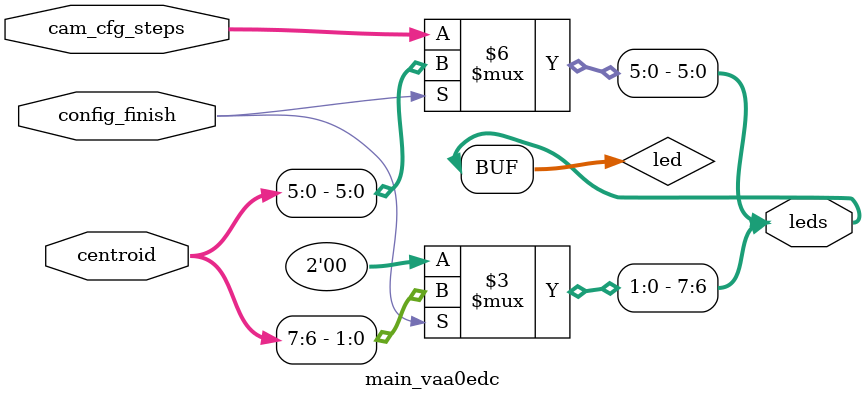
<source format=v>

`default_nettype none

module main (
 input v656efd,
 input v0a90cf,
 input v18f26f,
 input vff1459,
 input v53b257,
 input v198630,
 input v875f83,
 input vd828fd,
 input vb17786,
 input v793d69,
 input vf9de2b,
 output [7:0] vbb2135,
 output v5a25e4,
 output vff5579,
 output vf70424,
 output v938565,
 output vc704f5,
 output va4cfbb,
 output va81341,
 output v3a4a1f,
 output v44ff43,
 output vfcb9c1,
 output v9246f1,
 output va5c337
);
 wire w0;
 wire w1;
 wire w2;
 wire [0:12] w3;
 wire [0:11] w4;
 wire w5;
 wire w6;
 wire w7;
 wire w8;
 wire w9;
 wire w10;
 wire w11;
 wire w12;
 wire w13;
 wire w14;
 wire w15;
 wire w16;
 wire [0:7] w17;
 wire w18;
 wire w19;
 wire w20;
 wire w21;
 wire w22;
 wire [0:3] w23;
 wire [0:3] w24;
 wire [0:3] w25;
 wire w26;
 wire w27;
 wire w28;
 wire w29;
 wire w30;
 wire w31;
 wire w32;
 wire w33;
 wire w34;
 wire w35;
 wire [0:11] w36;
 wire [0:12] w37;
 wire w38;
 wire w39;
 wire [0:11] w40;
 wire [0:12] w41;
 wire w42;
 wire [0:12] w43;
 wire [0:11] w44;
 wire w45;
 wire w46;
 wire w47;
 wire w48;
 wire w49;
 wire w50;
 wire w51;
 wire [0:2] w52;
 wire [0:7] w53;
 wire [0:5] w54;
 wire [0:7] w55;
 wire w56;
 wire [0:7] w57;
 assign w5 = v656efd;
 assign vff5579 = w6;
 assign v5a25e4 = w7;
 assign va4cfbb = w8;
 assign va81341 = w9;
 assign v44ff43 = w10;
 assign vfcb9c1 = w11;
 assign w12 = v0a90cf;
 assign v938565 = w13;
 assign vc704f5 = w14;
 assign v3a4a1f = w15;
 assign w16 = v18f26f;
 assign w18 = vb17786;
 assign w19 = v875f83;
 assign w20 = vf9de2b;
 assign w21 = v18f26f;
 assign va5c337 = w26;
 assign v9246f1 = w27;
 assign vf70424 = w28;
 assign w31 = vff1459;
 assign w32 = v53b257;
 assign w33 = vd828fd;
 assign w34 = v793d69;
 assign w39 = v18f26f;
 assign w45 = vf9de2b;
 assign w46 = vd828fd;
 assign w47 = v875f83;
 assign w48 = v198630;
 assign vbb2135 = w57;
 assign w1 = w0;
 assign w21 = w16;
 assign w22 = w0;
 assign w22 = w1;
 assign w35 = w0;
 assign w35 = w1;
 assign w35 = w22;
 assign w38 = w0;
 assign w38 = w1;
 assign w38 = w22;
 assign w38 = w35;
 assign w39 = w16;
 assign w39 = w21;
 assign w45 = w20;
 assign w46 = w33;
 assign w47 = w19;
 assign w50 = w49;
 assign w55 = w53;
 vb950e8 vf5324c (
  .v499c2a(w1),
  .v1d0cfa(w2),
  .v7b215d(w3),
  .v55be3f(w4),
  .v53aa18(w40),
  .vece592(w41)
 );
 vb0f50e v9d6c24 (
  .v502ac2(w0),
  .v4ed35a(w2),
  .v08337c(w3),
  .vf4e7d4(w4),
  .vde95c3(w12),
  .v2de6ff(w13),
  .vcf5c71(w14),
  .v12de31(w15),
  .vefc03a(w16),
  .vea74f7(w17),
  .v342f42(w29),
  .vea7dae(w30),
  .v09dbd4(w31),
  .vb30c03(w32),
  .vdd2c1a(w49),
  .ve4f815(w54),
  .vce1a13(w56)
 );
 v73da77 va05532 (
  .v73ce71(w0),
  .v262286(w5)
 );
 v78c6f8 v701ea9 (
  .v52bdc9(w6),
  .v6945ea(w7),
  .v15e3ad(w23)
 );
 v78c6f8 v8fbe82 (
  .v6945ea(w8),
  .v52bdc9(w9),
  .v15e3ad(w24)
 );
 v78c6f8 v52ded8 (
  .v6945ea(w10),
  .v52bdc9(w11),
  .v15e3ad(w25)
 );
 v1bed30 v5f9eb7 (
  .v040cfe(w17),
  .v217058(w18),
  .v1135a2(w19),
  .v306f98(w20),
  .v2e06dc(w33),
  .vdaab10(w34),
  .v6ce758(w45),
  .v67127b(w46),
  .vd517c0(w47)
 );
 vf65fac ve64290 (
  .v8d925d(w21),
  .v025353(w22),
  .v56f3c4(w23),
  .v6f66ae(w24),
  .vefb3e5(w25),
  .v4006d4(w26),
  .v06036e(w27),
  .ve81328(w36),
  .v27821c(w37),
  .v675058(w50),
  .v220422(w51),
  .vf5a7d7(w52),
  .ve3f8d2(w53)
 );
 vd7e6ff ve07eb2 (
  .v341fc3(w28),
  .v248807(w29),
  .vba979e(w30)
 );
 vb950e8 v79777f (
  .v499c2a(w35),
  .v53aa18(w36),
  .vece592(w37),
  .v1d0cfa(w42),
  .v7b215d(w43),
  .v55be3f(w44)
 );
 v728cc4 vc7cd83 (
  .vd8b32e(w38),
  .vd6d39e(w39),
  .v693ffc(w40),
  .v0d6545(w41),
  .vfb9b9d(w42),
  .v201920(w43),
  .v8cca3e(w44),
  .v34bbf1(w48),
  .v83044f(w52),
  .ve0b809(w53)
 );
 vc83dcd vcc9a54 (
  .v608bd9(w49)
 );
 vc4dd08 v6a5548 (
  .v608bd9(w51)
 );
 main_vaa0edc vaa0edc (
  .cam_cfg_steps(w54),
  .centroid(w55),
  .config_finish(w56),
  .leds(w57)
 );
endmodule

/*-------------------------------------------------*/
/*-- ov7670_rgb_yuv  */
/*-- - - - - - - - - - - - - - - - - - - - - - - --*/
/*-- Configures ov7670 in either RGB444 or YUV and shows it
/*-------------------------------------------------*/
//---- Top entity
module vb950e8 (
 input v499c2a,
 input v1d0cfa,
 input [12:0] v7b215d,
 input [11:0] v55be3f,
 input [12:0] vece592,
 output [11:0] v53aa18
);
 wire w0;
 wire w1;
 wire [0:12] w2;
 wire [0:11] w3;
 wire [0:12] w4;
 wire [0:11] w5;
 assign w0 = v499c2a;
 assign w1 = v1d0cfa;
 assign w2 = v7b215d;
 assign w3 = v55be3f;
 assign w4 = vece592;
 assign v53aa18 = w5;
 vb950e8_v401844 v401844 (
  .clk(w0),
  .wea(w1),
  .addra(w2),
  .dina(w3),
  .addrb(w4),
  .doutb(w5)
 );
endmodule

/*-------------------------------------------------*/
/*-- framebuf_80x60_12b  */
/*-- - - - - - - - - - - - - - - - - - - - - - - --*/
/*-- memory for 80x60 image, double port, one for writting and the other for reading. 12-bit word length
/*-------------------------------------------------*/

module vb950e8_v401844 (
 input clk,
 input wea,
 input [12:0] addra,
 input [11:0] dina,
 input [12:0] addrb,
 output [11:0] doutb
);
   parameter c_img_cols = 80; // # cols
   parameter c_img_rows = 60; // # rows
   parameter c_img_pxls = c_img_cols * c_img_rows; //4800=80x60
   parameter c_nb_img_pxls =  13;  //80*60=4800 -> 2^13
   parameter c_nb_buf = 12; //4 bits for each color
   
   reg doutb;
   reg  [c_nb_buf-1:0] ram[c_img_pxls-1:0];
 
   always @ (posedge clk)
   begin
     if (wea)
       ram[addra] <= dina;
       doutb <= ram[addrb];
   end
endmodule
//---- Top entity
module vb0f50e (
 input vefc03a,
 input v502ac2,
 input vea0d18,
 input vde95c3,
 input v09dbd4,
 input vb30c03,
 input [7:0] vea74f7,
 input vdd2c1a,
 output [5:0] ve4f815,
 output vce1a13,
 output v2de6ff,
 output v342f42,
 output vea7dae,
 output vcf5c71,
 output v12de31,
 output v87ce88,
 output [12:0] v08337c,
 output [11:0] vf4e7d4,
 output v4ed35a
);
 wire w0;
 wire w1;
 wire w2;
 wire w3;
 wire w4;
 wire w5;
 wire w6;
 wire [0:7] w7;
 wire [0:5] w8;
 wire w9;
 wire w10;
 wire w11;
 wire w12;
 wire w13;
 wire w14;
 wire w15;
 wire [0:12] w16;
 wire [0:11] w17;
 wire w18;
 wire w19;
 wire w20;
 wire w21;
 assign w0 = vefc03a;
 assign w1 = vefc03a;
 assign w2 = v502ac2;
 assign w3 = v502ac2;
 assign w4 = vde95c3;
 assign w5 = v09dbd4;
 assign w6 = vb30c03;
 assign w7 = vea74f7;
 assign ve4f815 = w8;
 assign vce1a13 = w9;
 assign v2de6ff = w10;
 assign vea7dae = w11;
 assign v342f42 = w12;
 assign v12de31 = w13;
 assign vcf5c71 = w14;
 assign v87ce88 = w15;
 assign v08337c = w16;
 assign vf4e7d4 = w17;
 assign v4ed35a = w18;
 assign w19 = vdd2c1a;
 assign w20 = vdd2c1a;
 assign w21 = vea0d18;
 assign w1 = w0;
 assign w3 = w2;
 assign w20 = w19;
 v9d9474 vce20e9 (
  .vd10bac(w1),
  .v3faf09(w3),
  .v8d9eb3(w4),
  .v18268a(w5),
  .v072d3f(w6),
  .v1563c0(w7),
  .v6427a9(w16),
  .vc1f5b2(w17),
  .v923bc7(w18),
  .v18a31e(w19)
 );
 v3d210b vde3cfc (
  .v12f7ed(w0),
  .v6f7526(w2),
  .v029b2d(w8),
  .ve4a930(w9),
  .vd17b4b(w10),
  .v1997c6(w11),
  .v6e82fd(w12),
  .v8d7210(w13),
  .v5887ce(w14),
  .v8aa3fe(w15),
  .vac4735(w20),
  .v0ca2e6(w21)
 );
endmodule

/*-------------------------------------------------*/
/*-- ov7670_interface  */
/*-- - - - - - - - - - - - - - - - - - - - - - - --*/
/*-- ov7670 camera interface. Configures camera and captures pixels
/*-------------------------------------------------*/
//---- Top entity
module v9d9474 (
 input vd10bac,
 input v3faf09,
 input v8d9eb3,
 input v18268a,
 input v072d3f,
 input [7:0] v1563c0,
 input v18a31e,
 output [12:0] v6427a9,
 output [11:0] vc1f5b2,
 output v923bc7
);
 wire w0;
 wire w1;
 wire w2;
 wire w3;
 wire [0:7] w4;
 wire [0:12] w5;
 wire [0:11] w6;
 wire w7;
 wire w8;
 wire w9;
 assign w0 = vd10bac;
 assign w1 = v8d9eb3;
 assign w2 = v18268a;
 assign w3 = v072d3f;
 assign w4 = v1563c0;
 assign v6427a9 = w5;
 assign vc1f5b2 = w6;
 assign v923bc7 = w7;
 assign w8 = v18a31e;
 assign w9 = v3faf09;
 v9d9474_v556213 v556213 (
  .rst(w0),
  .ov7670_pclk(w1),
  .ov7670_vsync(w2),
  .ov7670_href(w3),
  .ov7670_d(w4),
  .capture_addr(w5),
  .capture_data(w6),
  .capture_we(w7),
  .rgbmode(w8),
  .clk50mhz(w9)
 );
endmodule

/*-------------------------------------------------*/
/*-- ov7670_capture  */
/*-- - - - - - - - - - - - - - - - - - - - - - - --*/
/*-- Capture for the ov7670 camera
/*-------------------------------------------------*/

module v9d9474_v556213 (
 input rst,
 input clk50mhz,
 input ov7670_pclk,
 input ov7670_vsync,
 input ov7670_href,
 input [7:0] ov7670_d,
 input rgbmode,
 output [12:0] capture_addr,
 output [11:0] capture_data,
 output capture_we
);
 // @include ov7670_capture.v
 
 wire    swap_r_b;
 assign  swap_r_b = 1'b1;
 
   ov7670_capture lnk2vrlg 
   (
      .rst          (rst),
      .clk          (clk50mhz),
      .pclk         (ov7670_pclk),
      .vsync        (ov7670_vsync),
      .href         (ov7670_href),
      .rgbmode      (rgbmode),
      .swap_r_b     (swap_r_b),
      .data         (ov7670_d),
      .addr         (capture_addr),
      .dout         (capture_data),
      .we           (capture_we)
   );
   
endmodule
//---- Top entity
module v3d210b (
 input v12f7ed,
 input v6f7526,
 input vac4735,
 input v0ca2e6,
 output [5:0] v029b2d,
 output ve4a930,
 output vd17b4b,
 output v6e82fd,
 output v1997c6,
 output v5887ce,
 output v8d7210,
 output v8aa3fe
);
 wire w0;
 wire w1;
 wire [0:5] w2;
 wire w3;
 wire w4;
 wire w5;
 wire w6;
 wire w7;
 wire w8;
 wire w9;
 wire w10;
 wire w11;
 wire w12;
 assign w0 = v12f7ed;
 assign v029b2d = w2;
 assign v6e82fd = w3;
 assign v1997c6 = w4;
 assign v5887ce = w5;
 assign v8aa3fe = w6;
 assign vd17b4b = w7;
 assign ve4a930 = w8;
 assign v8d7210 = w9;
 assign w10 = vac4735;
 assign w11 = v0ca2e6;
 assign w12 = v6f7526;
 vc4dd08 ve02061 (
  .v608bd9(w1)
 );
 v3d210b_v7c12e2 v7c12e2 (
  .rst(w0),
  .resend(w1),
  .cnt_reg_test(w2),
  .sdat_on(w3),
  .sdat_out(w4),
  .ov7670_rst_n(w5),
  .ov7670_pwdn(w6),
  .ov7670_sioc(w7),
  .ov7670_cfgdone(w8),
  .ov7670_xclk(w9),
  .rgbmode(w10),
  .testmode(w11),
  .clk50mhz(w12)
 );
endmodule

/*-------------------------------------------------*/
/*-- ov7670_ctrl  */
/*-- - - - - - - - - - - - - - - - - - - - - - - --*/
/*-- configures ov7670 camera
/*-------------------------------------------------*/

module v3d210b_v7c12e2 (
 input rst,
 input clk50mhz,
 input resend,
 input rgbmode,
 input testmode,
 output [5:0] cnt_reg_test,
 output ov7670_cfgdone,
 output ov7670_sioc,
 output sdat_on,
 output sdat_out,
 output ov7670_rst_n,
 output ov7670_xclk,
 output ov7670_pwdn
);
   // @include ov7670_top_ctrl.v
   // @include ov7670_ctrl_reg.v
   // @include sccb_master.v
   
   ov7670_top_ctrl lnk2vrlg 
   (
      .rst          (rst),
      .clk          (clk50mhz),
      .resend       (resend),
      .rgbmode      (rgbmode),
      .testmode     (testmode),     
      .cnt_reg_test (cnt_reg_test[5:0]),
      .done         (ov7670_cfgdone),
      .sclk         (ov7670_sioc),
      .sdat_on      (sdat_on),
      .sdat_out     (sdat_out),
      .ov7670_rst_n (ov7670_rst_n),
      .ov7670_clk   (ov7670_xclk),
      .ov7670_pwdn  (ov7670_pwdn)
   );
endmodule
//---- Top entity
module vc4dd08 (
 output v608bd9
);
 wire w0;
 assign v608bd9 = w0;
 vc4dd08_v68c173 v68c173 (
  .v(w0)
 );
endmodule

/*-------------------------------------------------*/
/*-- Bit 0  */
/*-- - - - - - - - - - - - - - - - - - - - - - - --*/
/*-- Assign 0 to the output wire
/*-------------------------------------------------*/

module vc4dd08_v68c173 (
 output v
);
 // Bit 0
 
 assign v = 1'b0;
endmodule
//---- Top entity
module v73da77 (
 input v262286,
 output v73ce71
);
 wire w0;
 wire w1;
 assign w0 = v262286;
 assign v73ce71 = w1;
 v73da77_vf38b30 vf38b30 (
  .clk_brd(w0),
  .clk50mhz(w1)
 );
endmodule

/*-------------------------------------------------*/
/*-- 12MHz to 50MHz  */
/*-- - - - - - - - - - - - - - - - - - - - - - - --*/
/*-- PLL converts the 12MHz clock to 50MHz
/*-------------------------------------------------*/

module v73da77_vf38b30 (
 input clk_brd,
 output clk50mhz
);
 
   // 50 MHz clock
    SB_PLL40_CORE
             #(.FEEDBACK_PATH("SIMPLE"),
                 .PLLOUT_SELECT("GENCLK"),
                 .DIVR(4'd5),
                 .DIVF(6'd49),
                 .DIVQ(3'd1),
                 .FILTER_RANGE(3'b001)
             )
             uut
             (
                 .REFERENCECLK(clk_brd),
                 .PLLOUTCORE(clk50mhz),
                 .RESETB(1'b1),
                 .BYPASS(1'b0)
              );
endmodule
//---- Top entity
module v78c6f8 (
 input [3:0] v15e3ad,
 output v1f80cc,
 output v6594ce,
 output v6945ea,
 output v52bdc9
);
 wire [0:3] w0;
 wire w1;
 wire w2;
 wire w3;
 wire w4;
 assign w0 = v15e3ad;
 assign v1f80cc = w1;
 assign v6594ce = w2;
 assign v6945ea = w3;
 assign v52bdc9 = w4;
 v78c6f8_v3f15a4 v3f15a4 (
  .in4bits(w0),
  .out_0(w1),
  .out_1(w2),
  .out_2(w3),
  .out_3(w4)
 );
endmodule

/*-------------------------------------------------*/
/*-- in4_split  */
/*-- - - - - - - - - - - - - - - - - - - - - - - --*/
/*-- Split a 4 bits bus into 4 outputs
/*-------------------------------------------------*/

module v78c6f8_v3f15a4 (
 input [3:0] in4bits,
 output out_0,
 output out_1,
 output out_2,
 output out_3
);
 assign out_0 = in4bits[0];
 assign out_1 = in4bits[1];
 assign out_2 = in4bits[2];
 assign out_3 = in4bits[3];
endmodule
//---- Top entity
module v1bed30 (
 input vd517c0,
 input v67127b,
 input v1135a2,
 input v2e06dc,
 input v6ce758,
 input v217058,
 input vdaab10,
 input v306f98,
 output [7:0] v040cfe
);
 wire w0;
 wire w1;
 wire w2;
 wire w3;
 wire w4;
 wire w5;
 wire w6;
 wire w7;
 wire [0:7] w8;
 assign w0 = vd517c0;
 assign w1 = v1135a2;
 assign w2 = v67127b;
 assign w3 = v2e06dc;
 assign w4 = v6ce758;
 assign w5 = v217058;
 assign w6 = vdaab10;
 assign w7 = v306f98;
 assign v040cfe = w8;
 v1bed30_ve44f8b ve44f8b (
  .in0(w0),
  .in2(w1),
  .in1(w2),
  .in3(w3),
  .in4(w4),
  .in5(w5),
  .in6(w6),
  .in7(w7),
  .dout(w8)
 );
endmodule

/*-------------------------------------------------*/
/*-- aggr8  */
/*-- - - - - - - - - - - - - - - - - - - - - - - --*/
/*-- Joins 8 cables in a 8bit bus
/*-------------------------------------------------*/

module v1bed30_ve44f8b (
 input in0,
 input in1,
 input in2,
 input in3,
 input in4,
 input in5,
 input in6,
 input in7,
 output [7:0] dout
);
 assign dout[0] =in0;
 assign dout[1] =in1;
 assign dout[2] =in2;
 assign dout[3] =in3;
 assign dout[4] =in4;
 assign dout[5] =in5;
 assign dout[6] =in6;
 assign dout[7] =in7;
endmodule
//---- Top entity
module vf65fac (
 input v8d925d,
 input v025353,
 input [11:0] ve81328,
 input v675058,
 input v220422,
 input [2:0] vf5a7d7,
 input [7:0] ve3f8d2,
 output v06036e,
 output v4006d4,
 output [12:0] v27821c,
 output [3:0] v56f3c4,
 output [3:0] v6f66ae,
 output [3:0] vefb3e5
);
 wire w0;
 wire w1;
 wire w2;
 wire w3;
 wire w4;
 wire w5;
 wire [0:9] w6;
 wire [0:9] w7;
 wire w8;
 wire w9;
 wire [0:11] w10;
 wire [0:12] w11;
 wire [0:3] w12;
 wire [0:3] w13;
 wire [0:3] w14;
 wire w15;
 wire w16;
 wire w17;
 wire w18;
 wire [0:2] w19;
 wire [0:7] w20;
 assign w0 = v8d925d;
 assign w1 = v8d925d;
 assign w8 = v025353;
 assign w9 = v025353;
 assign w10 = ve81328;
 assign v27821c = w11;
 assign v56f3c4 = w12;
 assign v6f66ae = w13;
 assign vefb3e5 = w14;
 assign v06036e = w15;
 assign v4006d4 = w16;
 assign w17 = v675058;
 assign w18 = v220422;
 assign w19 = vf5a7d7;
 assign w20 = ve3f8d2;
 assign w1 = w0;
 assign w9 = w8;
 assign w15 = w4;
 assign w16 = w5;
 v8635c8 v95fc84 (
  .vfdd2de(w0),
  .vd8985e(w2),
  .v603d30(w3),
  .vd5feb3(w4),
  .v485520(w5),
  .v4b793c(w6),
  .vc98ac8(w7),
  .vf39542(w9)
 );
 ve98f0e vf8f032 (
  .v94fa0b(w1),
  .v81949b(w2),
  .vc09fd8(w3),
  .v4c9124(w4),
  .v23fa0e(w5),
  .vb46d26(w6),
  .vc6c17f(w7),
  .v22cead(w8),
  .v797938(w10),
  .v226db0(w11),
  .vac7b6e(w12),
  .vc12384(w13),
  .v329586(w14),
  .v784c55(w17),
  .veb370a(w18),
  .v44b91f(w19),
  .v304877(w20)
 );
endmodule

/*-------------------------------------------------*/
/*-- top_vga_display_buffer  */
/*-- - - - - - - - - - - - - - - - - - - - - - - --*/
/*-- Shows the content of a memory (buffer) on a VGA. Just 80x60. 100MHz clock, includes synch
/*-------------------------------------------------*/
//---- Top entity
module v8635c8 (
 input vfdd2de,
 input vf39542,
 output vd8985e,
 output v603d30,
 output vd5feb3,
 output v485520,
 output [9:0] v4b793c,
 output [9:0] vc98ac8
);
 wire w0;
 wire w1;
 wire w2;
 wire w3;
 wire w4;
 wire [0:9] w5;
 wire [0:9] w6;
 wire w7;
 assign w0 = vfdd2de;
 assign vd5feb3 = w1;
 assign vd8985e = w2;
 assign v603d30 = w3;
 assign v485520 = w4;
 assign v4b793c = w5;
 assign vc98ac8 = w6;
 assign w7 = vf39542;
 v8635c8_v1233d9 v1233d9 (
  .rst(w0),
  .vga_hsync(w1),
  .vga_visible(w2),
  .vga_new_pxl(w3),
  .vga_vsync(w4),
  .vga_col(w5),
  .vga_row(w6),
  .clk50mhz(w7)
 );
endmodule

/*-------------------------------------------------*/
/*-- vga_sync  */
/*-- - - - - - - - - - - - - - - - - - - - - - - --*/
/*-- VGA synch 640x480 input clock 100MHz
/*-------------------------------------------------*/

module v8635c8_v1233d9 (
 input rst,
 input clk50mhz,
 output vga_visible,
 output vga_new_pxl,
 output vga_hsync,
 output vga_vsync,
 output [9:0] vga_col,
 output [9:0] vga_row
);
    // @include vga_sync.v
    
    vga_sync link_vrlg
    (
      .rst     (rst),
      .clk     (clk50mhz),
      .visible (vga_visible),
      .new_pxl (vga_new_pxl),
      .hsync   (vga_hsync),
      .vsync   (vga_vsync),
      .col     (vga_col),
      .row     (vga_row)
   );
endmodule
//---- Top entity
module ve98f0e #(
 parameter vd1ec83 = 80,
 parameter v56bbae = 60
) (
 input v94fa0b,
 input v22cead,
 input v81949b,
 input vc09fd8,
 input v4c9124,
 input v23fa0e,
 input [9:0] vb46d26,
 input [9:0] vc6c17f,
 input [11:0] v797938,
 input v784c55,
 input veb370a,
 input [2:0] v44b91f,
 input [7:0] v304877,
 output [12:0] v226db0,
 output [3:0] vac7b6e,
 output [3:0] vc12384,
 output [3:0] v329586
);
 localparam p0 = vd1ec83;
 localparam p1 = v56bbae;
 wire w2;
 wire w3;
 wire w4;
 wire w5;
 wire w6;
 wire [0:9] w7;
 wire [0:9] w8;
 wire [0:11] w9;
 wire [0:12] w10;
 wire [0:3] w11;
 wire [0:3] w12;
 wire [0:3] w13;
 wire w14;
 wire w15;
 wire [0:2] w16;
 wire w17;
 wire [0:7] w18;
 assign w2 = v94fa0b;
 assign w3 = v81949b;
 assign w4 = vc09fd8;
 assign w5 = v4c9124;
 assign w6 = v23fa0e;
 assign w7 = vb46d26;
 assign w8 = vc6c17f;
 assign w9 = v797938;
 assign v226db0 = w10;
 assign vac7b6e = w11;
 assign vc12384 = w12;
 assign v329586 = w13;
 assign w14 = v784c55;
 assign w15 = veb370a;
 assign w16 = v44b91f;
 assign w17 = v22cead;
 assign w18 = v304877;
 ve98f0e_v43e9e3 #(
  .c_img_cols(p0),
  .c_img_rows(p1)
 ) v43e9e3 (
  .rst(w2),
  .vga_visible(w3),
  .vga_new_pxl(w4),
  .vga_hsync(w5),
  .vga_vsync(w6),
  .vga_col(w7),
  .vga_row(w8),
  .frame_pixel(w9),
  .frame_addr(w10),
  .vga_red(w11),
  .vga_green(w12),
  .vga_blue(w13),
  .rgbmode(w14),
  .testmode(w15),
  .rgbfilter(w16),
  .clk50mhz(w17),
  .centroid(w18)
 );
endmodule

/*-------------------------------------------------*/
/*-- vga_display_buf  */
/*-- - - - - - - - - - - - - - - - - - - - - - - --*/
/*-- shows in a VGA the content of a memory (buffer). synch not included
/*-------------------------------------------------*/

module ve98f0e_v43e9e3 #(
 parameter c_img_cols = 0,
 parameter c_img_rows = 0
) (
 input rst,
 input clk50mhz,
 input vga_visible,
 input vga_new_pxl,
 input vga_hsync,
 input vga_vsync,
 input [9:0] vga_col,
 input [9:0] vga_row,
 input [11:0] frame_pixel,
 input rgbmode,
 input testmode,
 input [2:0] rgbfilter,
 input [7:0] centroid,
 output [12:0] frame_addr,
 output [3:0] vga_red,
 output [3:0] vga_green,
 output [3:0] vga_blue
);
   // @include vga_display.v
   
   vga_display link2vrlg 
   (
      .rst        (rst),
      .clk        (clk50mhz),
      .visible    (vga_visible),
      .new_pxl    (vga_new_pxl),
      .hsync      (vga_hsync),
      .vsync      (vga_vsync),
      .rgbmode    (rgbmode),
      .testmode   (testmode),
      .rgbfilter  (rgbfilter),
      .centroid   (centroid),
      .col        (vga_col),
      .row        (vga_row),
      .frame_pixel(frame_pixel),
      .frame_addr (frame_addr),
      .vga_red    (vga_red),
      .vga_green  (vga_green),
      .vga_blue   (vga_blue)
   );
endmodule
//---- Top entity
module vd7e6ff (
 input v248807,
 input vba979e,
 output v341fc3,
 output v790e82
);
 wire w0;
 wire w1;
 wire w2;
 wire w3;
 assign w0 = v248807;
 assign w1 = vba979e;
 assign v790e82 = w2;
 assign v341fc3 = w3;
 vd7e6ff_v43ad2d v43ad2d (
  .oe(w0),
  .dout(w1),
  .din(w2),
  .pin(w3)
 );
endmodule

/*-------------------------------------------------*/
/*-- In-out-right  */
/*-- - - - - - - - - - - - - - - - - - - - - - - --*/
/*-- Bloque inout, con conexión de pin por la derecha
/*-------------------------------------------------*/

module vd7e6ff_v43ad2d (
 input oe,
 input dout,
 output pin,
 output din
);
   SB_IO #(
       .PIN_TYPE(6'b1010_01),
       .PULLUP(1'b0)
   ) triState (
       .PACKAGE_PIN(pin),
       .OUTPUT_ENABLE(oe),
       .D_OUT_0(dout),
       .D_IN_0(din)
   );
endmodule
//---- Top entity
module v728cc4 (
 input vd6d39e,
 input vd8b32e,
 input v34bbf1,
 input [11:0] v693ffc,
 output vfb9b9d,
 output [12:0] v201920,
 output [11:0] v8cca3e,
 output [12:0] v0d6545,
 output [2:0] v83044f,
 output [7:0] ve0b809
);
 wire w0;
 wire w1;
 wire w2;
 wire [0:11] w3;
 wire w4;
 wire [0:11] w5;
 wire [0:12] w6;
 wire [0:12] w7;
 wire [0:7] w8;
 wire [0:2] w9;
 assign w0 = vd6d39e;
 assign w1 = vd8b32e;
 assign w2 = v34bbf1;
 assign w3 = v693ffc;
 assign vfb9b9d = w4;
 assign v8cca3e = w5;
 assign v201920 = w6;
 assign v0d6545 = w7;
 assign ve0b809 = w8;
 assign v83044f = w9;
 v728cc4_ve7c06b ve7c06b (
  .rst(w0),
  .clk(w1),
  .proc_ctrl(w2),
  .orig_img_pxl(w3),
  .proc_we(w4),
  .proc_img_pxl(w5),
  .proc_img_addr(w6),
  .orig_img_addr(w7),
  .centroid(w8),
  .rgbfilter(w9)
 );
endmodule

/*-------------------------------------------------*/
/*-- color_proc  */
/*-- - - - - - - - - - - - - - - - - - - - - - - --*/
/*-- Applies different color filters to the original image and saves in another memory
/*-------------------------------------------------*/

module v728cc4_ve7c06b (
 input rst,
 input clk,
 input proc_ctrl,
 input [11:0] orig_img_pxl,
 input [12:0] orig_img_addr,
 output proc_we,
 output [12:0] proc_img_addr,
 output [11:0] proc_img_pxl,
 output [12:0] orig_img_addr,
 output [2:0] rgbfilter,
 output [7:0] centroid
);
 // @include color_proc.v
 
     color_proc lnk2vrlg
   (
      .rst        (rst),
      .clk        (clk),
      .proc_ctrl  (proc_ctrl), //input to select color filter
      // from original image frame buffer
      .orig_addr  (orig_img_addr),
      .orig_pxl   (orig_img_pxl),
      // to processed image frame buffer
      .proc_we        (proc_we),
      .proc_addr  (proc_img_addr),
      .proc_pxl   (proc_img_pxl),
      .centroid   (centroid),
      .rgbfilter  (rgbfilter)
   );
endmodule
//---- Top entity
module vc83dcd (
 output v608bd9
);
 wire w0;
 assign v608bd9 = w0;
 vc83dcd_v68c173 v68c173 (
  .v(w0)
 );
endmodule

/*-------------------------------------------------*/
/*-- Bit 1  */
/*-- - - - - - - - - - - - - - - - - - - - - - - --*/
/*-- Assign 1 to the output wire
/*-------------------------------------------------*/

module vc83dcd_v68c173 (
 output v
);
 // Bit 1
 
 assign v = 1'b1;
endmodule

module main_vaa0edc (
 input [5:0] cam_cfg_steps,
 input [7:0] centroid,
 input config_finish,
 output [7:0] leds
);
 // To show the evolution of camera configuration, and when finhished, to show the centroid
 reg [7:0] led;
 assign leds = led;
 always @ (*)
   begin
     led = 8'b0;
     if (config_finish)
       led = centroid;
     else begin
       led[7:6] = 1'b00;
       led[5:0] = cam_cfg_steps;
     end
   end
endmodule

</source>
